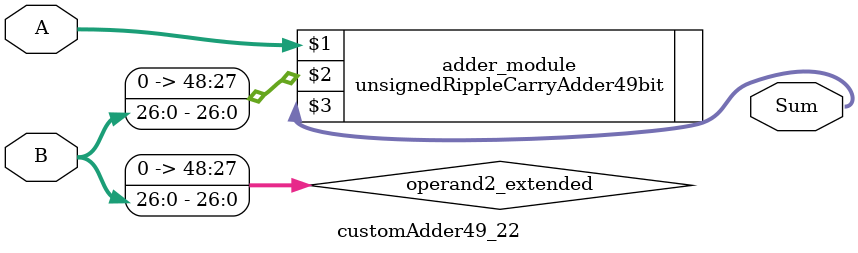
<source format=v>
module customAdder49_22(
                        input [48 : 0] A,
                        input [26 : 0] B,
                        
                        output [49 : 0] Sum
                );

        wire [48 : 0] operand2_extended;
        
        assign operand2_extended =  {22'b0, B};
        
        unsignedRippleCarryAdder49bit adder_module(
            A,
            operand2_extended,
            Sum
        );
        
        endmodule
        
</source>
